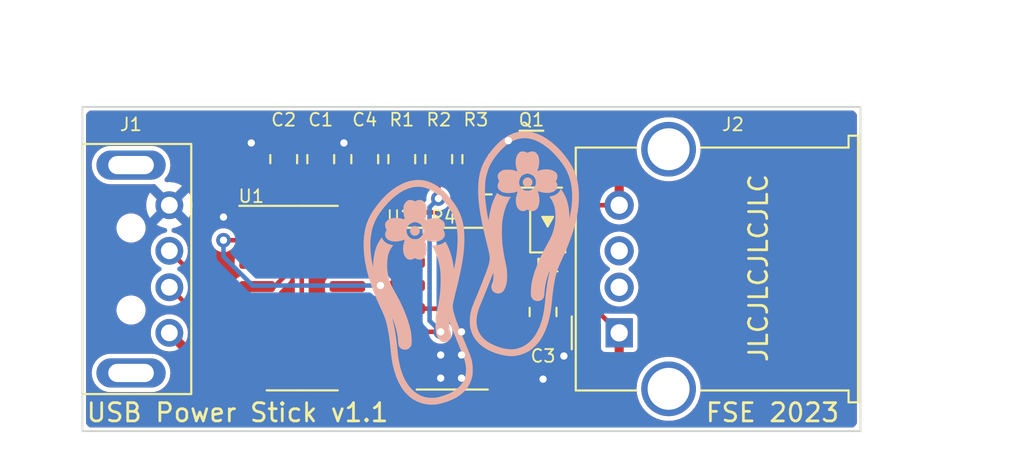
<source format=kicad_pcb>
(kicad_pcb (version 20221018) (generator pcbnew)
  (layers (0 "F.Cu" signal) (31 "B.Cu" signal) (34 "B.Paste" user) (35 "F.Paste" user) (36 "B.SilkS" user "B.Silkscreen") (37 "F.SilkS" user "F.Silkscreen") (38 "B.Mask" user) (39 "F.Mask" user) (44 "Edge.Cuts" user))
  (net 0 "")
  (net 1 "Net-(C1-Pad1)")
  (net 2 "GND")
  (net 3 "Net-(C2-Pad1)")
  (net 4 "Net-(J1-Pad2)")
  (net 5 "Net-(J1-Pad3)")
  (net 9 "Net-(J2-Pad4)")
  (net 11 "Net-(Q1-Pad1)")
  (net 12 "Net-(U2-Pad1)")
  (net 13 "Net-(U1-Pad2)")
  (net 23 "Net-(U1-Pad14)")
  (net 27 "Net-(R2-Pad1)")
  (net 28 "Net-(R4-Pad2)")
  (footprint "Connector_USB:USB_A_Molex_67643_Horizontal" (layer "F.Cu") (at 153.146 115.316 90)
    (fp_text reference "J2" (at 11.43 6.239 180) (layer "F.SilkS") (effects (font (size 0.7 0.7) (thickness 0.1))))
    (fp_text value "67643-0910")
    (fp_line (start -3.81 12.58) (end -3.81 13.1) (stroke (width 0.12)) (layer "F.SilkS"))
    (fp_line (start -3.81 13.1) (end 10.81 13.1) (stroke (width 0.12)) (layer "F.SilkS"))
    (fp_line (start -3.16 -2.38) (end -3.16 0.95) (stroke (width 0.12)) (layer "F.SilkS"))
    (fp_line (start -3.16 -2.38) (end 10.16 -2.38) (stroke (width 0.12)) (layer "F.SilkS"))
    (fp_line (start -3.16 12.58) (end -3.81 12.58) (stroke (width 0.12)) (layer "F.SilkS"))
    (fp_line (start -3.16 12.58) (end -3.16 4.47) (stroke (width 0.12)) (layer "F.SilkS"))
    (fp_line (start -0.9 -2.6) (end 0.9 -2.6) (stroke (width 0.12)) (layer "F.SilkS"))
    (fp_line (start 10.16 -2.38) (end 10.16 0.95) (stroke (width 0.12)) (layer "F.SilkS"))
    (fp_line (start 10.16 4.47) (end 10.16 12.58) (stroke (width 0.12)) (layer "F.SilkS"))
    (fp_line (start 10.81 12.58) (end 10.16 12.58) (stroke (width 0.12)) (layer "F.SilkS"))
    (fp_line (start 10.81 13.1) (end 10.81 12.58) (stroke (width 0.12)) (layer "F.SilkS"))
    (pad "1" thru_hole rect locked (at 0 0 90) (size 1.6 1.5) (drill 0.95) (layers "*.Cu" "*.Mask") (net 1 "Net-(C1-Pad1)"))
    (pad "2" thru_hole circle locked (at 2.5 0 90) (size 1.6 1.6) (drill 0.95) (layers "*.Cu" "*.Mask"))
    (pad "3" thru_hole circle locked (at 4.5 0 90) (size 1.6 1.6) (drill 0.95) (layers "*.Cu" "*.Mask"))
    (pad "4" thru_hole circle locked (at 7 0 90) (size 1.6 1.6) (drill 0.95) (layers "*.Cu" "*.Mask") (net 9 "Net-(J2-Pad4)"))
    (pad "5" thru_hole circle locked (at -3.07 2.71 90) (size 3 3) (drill 2.3) (layers "*.Cu" "*.Mask"))
    (pad "5" thru_hole circle locked (at 10.07 2.71 90) (size 3 3) (drill 2.3) (layers "*.Cu" "*.Mask"))
  )
  (footprint "Resistor_SMD:R_0805_2012Metric" (layer "F.Cu") (at 134.747 105.791 90)
    (fp_text reference "C2" (at 2.159 0) (layer "F.SilkS") (effects (font (size 0.7 0.7) (thickness 0.1))))
    (fp_text value "10n")
    (fp_line (start -0.227064 -0.735) (end 0.227064 -0.735) (stroke (width 0.12)) (layer "F.SilkS"))
    (fp_line (start -0.227064 0.735) (end 0.227064 0.735) (stroke (width 0.12)) (layer "F.SilkS"))
    (pad "1" smd roundrect (at -0.9125 0 90) (size 1.025 1.4) (layers "F.Cu" "F.Paste" "F.Mask") (roundrect_rratio 0.243902439) (net 3 "Net-(C2-Pad1)"))
    (pad "2" smd roundrect (at 0.9125 0 90) (size 1.025 1.4) (layers "F.Cu" "F.Paste" "F.Mask") (roundrect_rratio 0.243902439) (net 2 "GND"))
  )
  (footprint "Resistor_SMD:R_0805_2012Metric" (layer "F.Cu") (at 148.971 114.173 -90)
    (fp_text reference "C3" (at 2.413 0 180) (layer "F.SilkS") (effects (font (size 0.7 0.7) (thickness 0.1))))
    (fp_text value "100n")
    (fp_line (start -0.227064 -0.735) (end 0.227064 -0.735) (stroke (width 0.12)) (layer "F.SilkS"))
    (fp_line (start -0.227064 0.735) (end 0.227064 0.735) (stroke (width 0.12)) (layer "F.SilkS"))
    (pad "1" smd roundrect (at -0.9125 0 270) (size 1.025 1.4) (layers "F.Cu" "F.Paste" "F.Mask") (roundrect_rratio 0.243902439) (net 1 "Net-(C1-Pad1)"))
    (pad "2" smd roundrect (at 0.9125 0 270) (size 1.025 1.4) (layers "F.Cu" "F.Paste" "F.Mask") (roundrect_rratio 0.243902439) (net 2 "GND"))
  )
  (footprint "Resistor_SMD:R_0805_2012Metric" (layer "F.Cu") (at 145.2825 105.791 90)
    (fp_text reference "R3" (at 2.159 0.0055) (layer "F.SilkS") (effects (font (size 0.7 0.7) (thickness 0.1))))
    (fp_text value "10k")
    (fp_line (start -0.227064 -0.735) (end 0.227064 -0.735) (stroke (width 0.12)) (layer "F.SilkS"))
    (fp_line (start -0.227064 0.735) (end 0.227064 0.735) (stroke (width 0.12)) (layer "F.SilkS"))
    (pad "1" smd roundrect (at -0.9125 0 90) (size 1.025 1.4) (layers "F.Cu" "F.Paste" "F.Mask") (roundrect_rratio 0.243902439) (net 11 "Net-(Q1-Pad1)"))
    (pad "2" smd roundrect (at 0.9125 0 90) (size 1.025 1.4) (layers "F.Cu" "F.Paste" "F.Mask") (roundrect_rratio 0.243902439) (net 2 "GND"))
  )
  (footprint "Resistor_SMD:R_0805_2012Metric" (layer "F.Cu") (at 139.192 105.791 -90)
    (fp_text reference "C4" (at -2.159 0 180) (layer "F.SilkS") (effects (font (size 0.7 0.7) (thickness 0.1))))
    (fp_text value "1u")
    (fp_line (start -0.227064 -0.735) (end 0.227064 -0.735) (stroke (width 0.12)) (layer "F.SilkS"))
    (fp_line (start -0.227064 0.735) (end 0.227064 0.735) (stroke (width 0.12)) (layer "F.SilkS"))
    (pad "1" smd roundrect (at -0.9125 0 270) (size 1.025 1.4) (layers "F.Cu" "F.Paste" "F.Mask") (roundrect_rratio 0.243902439) (net 2 "GND"))
    (pad "2" smd roundrect (at 0.9125 0 270) (size 1.025 1.4) (layers "F.Cu" "F.Paste" "F.Mask") (roundrect_rratio 0.243902439) (net 12 "Net-(U2-Pad1)"))
  )
  (footprint "LED_SMD:LED_0805_2012Metric" (layer "F.Cu") (at 149.225 109.22 90)
    (fp_text reference "D1" (at -2.413 0 180) (layer "F.SilkS") (effects (font (size 0.7 0.7) (thickness 0.1))))
    (fp_text value "LED")
    (fp_line (start -1.685 -0.96) (end -1.685 0.96) (stroke (width 0.12)) (layer "F.SilkS"))
    (fp_line (start -1.685 0.96) (end 1 0.96) (stroke (width 0.12)) (layer "F.SilkS"))
    (fp_line (start 1 -0.96) (end -1.685 -0.96) (stroke (width 0.12)) (layer "F.SilkS"))
    (pad "1" smd roundrect (at -0.9375 0 90) (size 0.975 1.4) (layers "F.Cu" "F.Paste" "F.Mask") (net 9 "Net-(J2-Pad4)"))
    (pad "2" smd roundrect (at 0.9375 0 90) (size 0.975 1.4) (layers "F.Cu" "F.Paste" "F.Mask") (net 28 "Net-(R4-Pad2)"))
  )
  (footprint "kicad_custom_parts:Molex_48037-0001" (layer "F.Cu") (at 126.375 111.816 -90)
    (fp_text reference "J1" (at -7.93 0.01 unlocked) (layer "F.SilkS") (effects (font (size 0.7 0.7) (thickness 0.1))))
    (fp_text value "48037-0001")
    (fp_rect (start -6.858 2.667) (end 6.858 -3.302) (stroke (width 0.12)) (fill none) (layer "F.SilkS"))
    (pad "" np_thru_hole circle locked (at -2.25 0 270) (size 0.001 0.001) (drill 1.1) (layers "F&B.Cu" "*.Mask"))
    (pad "" np_thru_hole circle locked (at 2.25 0 270) (size 0.001 0.001) (drill 1.1) (layers "F&B.Cu" "*.Mask"))
    (pad "1" thru_hole circle locked (at 3.5 -2.1 270) (size 1.524 1.524) (drill 0.92) (layers "*.Cu" "*.Mask") (net 1 "Net-(C1-Pad1)"))
    (pad "2" thru_hole circle locked (at 1 -2.1 270) (size 1.524 1.524) (drill 0.92) (layers "*.Cu" "*.Mask") (net 4 "Net-(J1-Pad2)"))
    (pad "3" thru_hole circle locked (at -1 -2.1 270) (size 1.524 1.524) (drill 0.92) (layers "*.Cu" "*.Mask") (net 5 "Net-(J1-Pad3)"))
    (pad "4" thru_hole circle locked (at -3.5 -2.1 270) (size 1.524 1.524) (drill 0.92) (layers "*.Cu" "*.Mask") (net 2 "GND"))
    (pad "5" thru_hole oval locked (at -5.7 0 270) (size 1.6 3.8) (drill oval 1 2.5) (layers "*.Cu" "*.Mask"))
    (pad "5" thru_hole oval locked (at 5.7 0 270) (size 1.6 3.8) (drill oval 1 2.5) (layers "*.Cu" "*.Mask"))
  )
  (footprint "Resistor_SMD:R_0805_2012Metric" (layer "F.Cu") (at 143.2505 105.791 90)
    (fp_text reference "R2" (at 2.159 0.0055) (layer "F.SilkS") (effects (font (size 0.7 0.7) (thickness 0.1))))
    (fp_text value "100")
    (fp_line (start -0.227064 -0.735) (end 0.227064 -0.735) (stroke (width 0.12)) (layer "F.SilkS"))
    (fp_line (start -0.227064 0.735) (end 0.227064 0.735) (stroke (width 0.12)) (layer "F.SilkS"))
    (pad "1" smd roundrect (at -0.9125 0 90) (size 1.025 1.4) (layers "F.Cu" "F.Paste" "F.Mask") (roundrect_rratio 0.243902439) (net 27 "Net-(R2-Pad1)"))
    (pad "2" smd roundrect (at 0.9125 0 90) (size 1.025 1.4) (layers "F.Cu" "F.Paste" "F.Mask") (roundrect_rratio 0.243902439) (net 11 "Net-(Q1-Pad1)"))
  )
  (footprint "Resistor_SMD:R_0805_2012Metric" (layer "F.Cu") (at 136.779 105.791 90)
    (fp_text reference "C1" (at 2.159 0 180) (layer "F.SilkS") (effects (font (size 0.7 0.7) (thickness 0.1))))
    (fp_text value "100n")
    (fp_line (start -0.227064 -0.735) (end 0.227064 -0.735) (stroke (width 0.12)) (layer "F.SilkS"))
    (fp_line (start -0.227064 0.735) (end 0.227064 0.735) (stroke (width 0.12)) (layer "F.SilkS"))
    (pad "1" smd roundrect (at -0.9125 0 90) (size 1.025 1.4) (layers "F.Cu" "F.Paste" "F.Mask") (roundrect_rratio 0.243902439) (net 1 "Net-(C1-Pad1)"))
    (pad "2" smd roundrect (at 0.9125 0 90) (size 1.025 1.4) (layers "F.Cu" "F.Paste" "F.Mask") (roundrect_rratio 0.243902439) (net 2 "GND"))
  )
  (footprint "Resistor_SMD:R_0805_2012Metric" (layer "F.Cu") (at 145.923 108.458)
    (fp_text reference "R4" (at -2.413 0.508) (layer "F.SilkS") (effects (font (size 0.7 0.7) (thickness 0.1))))
    (fp_text value "470")
    (fp_line (start -0.227064 -0.735) (end 0.227064 -0.735) (stroke (width 0.12)) (layer "F.SilkS"))
    (fp_line (start -0.227064 0.735) (end 0.227064 0.735) (stroke (width 0.12)) (layer "F.SilkS"))
    (pad "1" smd roundrect (at -0.9125 0) (size 1.025 1.4) (layers "F.Cu" "F.Paste" "F.Mask") (roundrect_rratio 0.243902439) (net 1 "Net-(C1-Pad1)"))
    (pad "2" smd roundrect (at 0.9125 0) (size 1.025 1.4) (layers "F.Cu" "F.Paste" "F.Mask") (roundrect_rratio 0.243902439) (net 28 "Net-(R4-Pad2)"))
  )
  (footprint "Resistor_SMD:R_0805_2012Metric" (layer "F.Cu") (at 141.224 105.791 90)
    (fp_text reference "R1" (at 2.159 0 180) (layer "F.SilkS") (effects (font (size 0.7 0.7) (thickness 0.1))))
    (fp_text value "10k")
    (fp_line (start -0.227064 -0.735) (end 0.227064 -0.735) (stroke (width 0.12)) (layer "F.SilkS"))
    (fp_line (start -0.227064 0.735) (end 0.227064 0.735) (stroke (width 0.12)) (layer "F.SilkS"))
    (pad "1" smd roundrect (at -0.9125 0 90) (size 1.025 1.4) (layers "F.Cu" "F.Paste" "F.Mask") (roundrect_rratio 0.243902439) (net 1 "Net-(C1-Pad1)"))
    (pad "2" smd roundrect (at 0.9125 0 90) (size 1.025 1.4) (layers "F.Cu" "F.Paste" "F.Mask") (roundrect_rratio 0.243902439) (net 12 "Net-(U2-Pad1)"))
  )
  (footprint "Package_SO:SOIC-14_3.9x8.7mm_P1.27mm" (layer "F.Cu") (at 143.992 113.99)
    (fp_text reference "U2" (at -2.895 -5.024) (layer "F.SilkS") (effects (font (size 0.7 0.7) (thickness 0.1))))
    (fp_text value "74HC74")
    (fp_line (start 0 -4.435) (end -3.45 -4.435) (stroke (width 0.12)) (layer "F.SilkS"))
    (fp_line (start 0 -4.435) (end 1.95 -4.435) (stroke (width 0.12)) (layer "F.SilkS"))
    (fp_line (start 0 4.435) (end -1.95 4.435) (stroke (width 0.12)) (layer "F.SilkS"))
    (fp_line (start 0 4.435) (end 1.95 4.435) (stroke (width 0.12)) (layer "F.SilkS"))
    (pad "1" smd roundrect (at -2.475 -3.81) (size 1.95 0.6) (layers "F.Cu" "F.Paste" "F.Mask") (net 12 "Net-(U2-Pad1)"))
    (pad "2" smd roundrect (at -2.475 -2.54) (size 1.95 0.6) (layers "F.Cu" "F.Paste" "F.Mask") (net 23 "Net-(U1-Pad14)"))
    (pad "3" smd roundrect (at -2.475 -1.27) (size 1.95 0.6) (layers "F.Cu" "F.Paste" "F.Mask") (net 13 "Net-(U1-Pad2)"))
    (pad "4" smd roundrect (at -2.475 0) (size 1.95 0.6) (layers "F.Cu" "F.Paste" "F.Mask") (net 1 "Net-(C1-Pad1)"))
    (pad "5" smd roundrect (at -2.475 1.27) (size 1.95 0.6) (layers "F.Cu" "F.Paste" "F.Mask") (net 27 "Net-(R2-Pad1)"))
    (pad "6" smd roundrect (at -2.475 2.54) (size 1.95 0.6) (layers "F.Cu" "F.Paste" "F.Mask"))
    (pad "7" smd roundrect (at -2.475 3.81) (size 1.95 0.6) (layers "F.Cu" "F.Paste" "F.Mask") (net 2 "GND"))
    (pad "8" smd roundrect (at 2.475 3.81) (size 1.95 0.6) (layers "F.Cu" "F.Paste" "F.Mask"))
    (pad "9" smd roundrect (at 2.475 2.54) (size 1.95 0.6) (layers "F.Cu" "F.Paste" "F.Mask"))
    (pad "10" smd roundrect (at 2.475 1.27) (size 1.95 0.6) (layers "F.Cu" "F.Paste" "F.Mask") (net 2 "GND"))
    (pad "11" smd roundrect (at 2.475 0) (size 1.95 0.6) (layers "F.Cu" "F.Paste" "F.Mask") (net 2 "GND"))
    (pad "12" smd roundrect (at 2.475 -1.27) (size 1.95 0.6) (layers "F.Cu" "F.Paste" "F.Mask") (net 2 "GND"))
    (pad "13" smd roundrect (at 2.475 -2.54) (size 1.95 0.6) (layers "F.Cu" "F.Paste" "F.Mask") (net 2 "GND"))
    (pad "14" smd roundrect (at 2.475 -3.81) (size 1.95 0.6) (layers "F.Cu" "F.Paste" "F.Mask") (net 1 "Net-(C1-Pad1)"))
  )
  (footprint "Package_SO:SOIC-16_3.9x9.9mm_P1.27mm" (layer "F.Cu") (at 135.763 113.411)
    (fp_text reference "U1" (at -2.794 -5.588) (layer "F.SilkS") (effects (font (size 0.7 0.7) (thickness 0.1))))
    (fp_text value "CH340C")
    (fp_line (start 0 -5.06) (end -3.45 -5.06) (stroke (width 0.12)) (layer "F.SilkS"))
    (fp_line (start 0 -5.06) (end 1.95 -5.06) (stroke (width 0.12)) (layer "F.SilkS"))
    (fp_line (start 0 5.06) (end -1.95 5.06) (stroke (width 0.12)) (layer "F.SilkS"))
    (fp_line (start 0 5.06) (end 1.95 5.06) (stroke (width 0.12)) (layer "F.SilkS"))
    (pad "1" smd roundrect (at -2.475 -4.445) (size 1.95 0.6) (layers "F.Cu" "F.Paste" "F.Mask") (net 2 "GND"))
    (pad "2" smd roundrect (at -2.475 -3.175) (size 1.95 0.6) (layers "F.Cu" "F.Paste" "F.Mask") (net 13 "Net-(U1-Pad2)"))
    (pad "3" smd roundrect (at -2.475 -1.905) (size 1.95 0.6) (layers "F.Cu" "F.Paste" "F.Mask"))
    (pad "4" smd roundrect (at -2.475 -0.635) (size 1.95 0.6) (layers "F.Cu" "F.Paste" "F.Mask") (net 3 "Net-(C2-Pad1)"))
    (pad "5" smd roundrect (at -2.475 0.635) (size 1.95 0.6) (layers "F.Cu" "F.Paste" "F.Mask") (net 5 "Net-(J1-Pad3)"))
    (pad "6" smd roundrect (at -2.475 1.905) (size 1.95 0.6) (layers "F.Cu" "F.Paste" "F.Mask") (net 4 "Net-(J1-Pad2)"))
    (pad "7" smd roundrect (at -2.475 3.175) (size 1.95 0.6) (layers "F.Cu" "F.Paste" "F.Mask"))
    (pad "8" smd roundrect (at -2.475 4.445) (size 1.95 0.6) (layers "F.Cu" "F.Paste" "F.Mask"))
    (pad "9" smd roundrect (at 2.475 4.445) (size 1.95 0.6) (layers "F.Cu" "F.Paste" "F.Mask"))
    (pad "10" smd roundrect (at 2.475 3.175) (size 1.95 0.6) (layers "F.Cu" "F.Paste" "F.Mask"))
    (pad "11" smd roundrect (at 2.475 1.905) (size 1.95 0.6) (layers "F.Cu" "F.Paste" "F.Mask"))
    (pad "12" smd roundrect (at 2.475 0.635) (size 1.95 0.6) (layers "F.Cu" "F.Paste" "F.Mask"))
    (pad "13" smd roundrect (at 2.475 -0.635) (size 1.95 0.6) (layers "F.Cu" "F.Paste" "F.Mask"))
    (pad "14" smd roundrect (at 2.475 -1.905) (size 1.95 0.6) (layers "F.Cu" "F.Paste" "F.Mask") (net 23 "Net-(U1-Pad14)"))
    (pad "15" smd roundrect (at 2.475 -3.175) (size 1.95 0.6) (layers "F.Cu" "F.Paste" "F.Mask"))
    (pad "16" smd roundrect (at 2.475 -4.445) (size 1.95 0.6) (layers "F.Cu" "F.Paste" "F.Mask") (net 1 "Net-(C1-Pad1)"))
  )
  (footprint "Package_TO_SOT_SMD:SOT-23" (layer "F.Cu") (at 148.336 105.791 180)
    (fp_text reference "Q1" (at 0 2.159) (layer "F.SilkS") (effects (font (size 0.7 0.7) (thickness 0.1))))
    (fp_text value "IRLML2803TRPBF")
    (fp_line (start 0 -1.56) (end -1.675 -1.56) (stroke (width 0.12)) (layer "F.SilkS"))
    (fp_line (start 0 -1.56) (end 0.65 -1.56) (stroke (width 0.12)) (layer "F.SilkS"))
    (fp_line (start 0 1.56) (end -0.65 1.56) (stroke (width 0.12)) (layer "F.SilkS"))
    (fp_line (start 0 1.56) (end 0.65 1.56) (stroke (width 0.12)) (layer "F.SilkS"))
    (pad "1" smd roundrect (at -0.9375 -0.95 180) (size 1.475 0.6) (layers "F.Cu" "F.Paste" "F.Mask") (net 11 "Net-(Q1-Pad1)"))
    (pad "2" smd roundrect (at -0.9375 0.95 180) (size 1.475 0.6) (layers "F.Cu" "F.Paste" "F.Mask") (net 2 "GND"))
    (pad "3" smd roundrect (at 0.9375 0 180) (size 1.475 0.6) (layers "F.Cu" "F.Paste" "F.Mask") (net 9 "Net-(J2-Pad4)"))
  )
  (footprint "kicad_custom_parts:flip-flops" (layer "B.Cu") (at 145.034 111.76 180)
    (fp_text reference "G***" hide)
    (fp_text value "LOGO" hide)
    (fp_poly (pts (xy -2.994889 4.950219) (xy -2.91822 4.903824) (xy -2.858775 4.83203) (xy -2.831676 4.769012) (xy -2.821505 4.677936) (xy -2.842743 4.594188) (xy -2.889352 4.522747) (xy -2.955296 4.468595) (xy -3.034538 4.436711) (xy -3.121042 4.432076) (xy -3.207454 4.458984) (xy -3.284742 4.5176) (xy -3.334542 4.594066) (xy -3.356041 4.680493) (xy -3.348423 4.768993) (xy -3.310875 4.851677) (xy -3.25422 4.911965) (xy -3.170291 4.956794) (xy -3.08138 4.96871)) (fill solid) (layer "B.SilkS"))
    (fp_poly (pts (xy 3.149323 2.296912) (xy 3.226366 2.264114) (xy 3.289933 2.210323) (xy 3.335293 2.140879) (xy 3.357715 2.06112) (xy 3.352466 1.976385) (xy 3.315321 1.892767) (xy 3.245695 1.818682) (xy 3.16083 1.776976) (xy 3.066854 1.769186) (xy 2.969895 1.79685) (xy 2.957648 1.802995) (xy 2.886144 1.859462) (xy 2.841551 1.933788) (xy 2.823598 2.01797) (xy 2.832013 2.104004) (xy 2.866527 2.183889) (xy 2.926868 2.249623) (xy 2.973736 2.278178) (xy 3.063535 2.30338)) (fill solid) (layer "B.SilkS"))
    (fp_poly (pts (xy -2.742518 6.389209) (xy -2.686328 6.370434) (xy -2.59888 6.304382) (xy -2.528795 6.209836) (xy -2.476884 6.091971) (xy -2.443959 5.955962) (xy -2.430831 5.806985) (xy -2.438313 5.650217) (xy -2.467215 5.490832) (xy -2.518351 5.334007) (xy -2.522276 5.324475) (xy -2.524057 5.310617) (xy -2.509748 5.307293) (xy -2.473475 5.315285) (xy -2.409363 5.335377) (xy -2.388527 5.342305) (xy -2.315755 5.364714) (xy -2.249958 5.379293) (xy -2.179008 5.387673) (xy -2.090776 5.391483) (xy -2.016617 5.392288) (xy -1.915739 5.391791) (xy -1.842855 5.38855) (xy -1.78847 5.381307) (xy -1.743089 5.368802) (xy -1.69771 5.350003) (xy -1.583174 5.282181) (xy -1.502644 5.20059) (xy -1.456783 5.106801) (xy -1.44625 5.002382) (xy -1.471706 4.888903) (xy -1.487542 4.850974) (xy -1.53014 4.758891) (xy -1.4873 4.674272) (xy -1.448565 4.562869) (xy -1.445634 4.456664) (xy -1.476851 4.358777) (xy -1.540559 4.272326) (xy -1.635103 4.200428) (xy -1.758824 4.146203) (xy -1.769617 4.142818) (xy -1.88281 4.11967) (xy -2.017569 4.109818) (xy -2.160516 4.112906) (xy -2.298268 4.128577) (xy -2.417448 4.156475) (xy -2.429145 4.160377) (xy -2.487569 4.179973) (xy -2.529352 4.192782) (xy -2.544717 4.19599) (xy -2.540706 4.178024) (xy -2.527208 4.133332) (xy -2.506903 4.070679) (xy -2.501282 4.053847) (xy -2.459678 3.893838) (xy -2.441475 3.736556) (xy -2.445672 3.586962) (xy -2.471271 3.450019) (xy -2.517272 3.33069) (xy -2.582674 3.233936) (xy -2.666479 3.164721) (xy -2.682106 3.156241) (xy -2.777708 3.121713) (xy -2.87109 3.119306) (xy -2.972059 3.149074) (xy -2.992097 3.157994) (xy -3.085893 3.20159) (xy -3.17031 3.158339) (xy -3.276028 3.12251) (xy -3.383952 3.118974) (xy -3.484227 3.147918) (xy -3.4929 3.152311) (xy -3.58357 3.220334) (xy -3.654068 3.318377) (xy -3.704865 3.447288) (xy -3.733482 3.585798) (xy -3.741739 3.737828) (xy -3.727878 3.902636) (xy -3.693621 4.06403) (xy -3.677002 4.117091) (xy -3.658657 4.172361) (xy -3.647448 4.209991) (xy -3.645641 4.220827) (xy -3.664145 4.215131) (xy -3.707782 4.200346) (xy -3.755481 4.183743) (xy -3.935442 4.13493) (xy -4.113048 4.114305) (xy -4.281789 4.121886) (xy -4.435153 4.15769) (xy -4.494872 4.181823) (xy -4.598675 4.24217) (xy -4.669054 4.313133) (xy -4.709648 4.399473) (xy -4.722976 4.4806) (xy -4.72313 4.558958) (xy -4.708284 4.623087) (xy -4.685903 4.672738) (xy -4.669802 4.704082) (xy -3.545083 4.704082) (xy -3.527968 4.572468) (xy -3.480478 4.458302) (xy -3.406932 4.364747) (xy -3.311648 4.294964) (xy -3.198943 4.252116) (xy -3.073135 4.239366) (xy -2.938545 4.259874) (xy -2.868306 4.292791) (xy -2.792876 4.349262) (xy -2.723473 4.419098) (xy -2.671313 4.492112) (xy -2.661391 4.511595) (xy -2.62988 4.623078) (xy -2.628659 4.743383) (xy -2.655467 4.862678) (xy -2.708042 4.971129) (xy -2.784123 5.058904) (xy -2.788016 5.062171) (xy -2.858676 5.10791) (xy -2.945542 5.146457) (xy -3.032249 5.171473) (xy -3.085893 5.177548) (xy -3.165615 5.16572) (xy -3.256453 5.134524) (xy -3.342284 5.090392) (xy -3.389243 5.056548) (xy -3.474116 4.961596) (xy -3.525801 4.849844) (xy -3.544938 4.71985) (xy -3.545083 4.704082) (xy -4.669802 4.704082) (xy -4.641671 4.758843) (xy -4.684499 4.839831) (xy -4.716284 4.928319) (xy -4.727066 5.024918) (xy -4.716114 5.114853) (xy -4.700146 5.156935) (xy -4.634531 5.244502) (xy -4.540175 5.314997) (xy -4.42224 5.36742) (xy -4.285887 5.400771) (xy -4.136277 5.41405) (xy -3.978572 5.406257) (xy -3.817931 5.376393) (xy -3.720312 5.346772) (xy -3.663164 5.327506) (xy -3.634086 5.321172) (xy -3.626052 5.327435) (xy -3.630565 5.342517) (xy -3.685274 5.503921) (xy -3.71846 5.670928) (xy -3.729818 5.83562) (xy -3.719045 5.99008) (xy -3.685836 6.126389) (xy -3.662771 6.181167) (xy -3.612179 6.258812) (xy -3.545451 6.328346) (xy -3.485459 6.370434) (xy -3.410039 6.392423) (xy -3.316825 6.393845) (xy -3.219046 6.375225) (xy -3.171149 6.357952) (xy -3.080616 6.319006) (xy -3.004275 6.357952) (xy -2.922742 6.38575) (xy -2.830324 6.396372)) (fill solid) (layer "B.SilkS"))
    (fp_poly (pts (xy 2.940497 3.718365) (xy 3.004276 3.694141) (xy 3.080617 3.655195) (xy 3.171149 3.694141) (xy 3.291757 3.729847) (xy 3.402339 3.729605) (xy 3.501625 3.69395) (xy 3.588346 3.623414) (xy 3.661232 3.518533) (xy 3.680494 3.479837) (xy 3.699415 3.434293) (xy 3.711806 3.389447) (xy 3.718904 3.335821) (xy 3.721947 3.263938) (xy 3.722174 3.16432) (xy 3.722151 3.16093) (xy 3.718039 3.029687) (xy 3.705998 2.921764) (xy 3.683405 2.823342) (xy 3.647642 2.720599) (xy 3.63084 2.679423) (xy 3.628899 2.665498) (xy 3.642873 2.661969) (xy 3.678686 2.669588) (xy 3.742258 2.689103) (xy 3.764501 2.696362) (xy 3.897259 2.728838) (xy 4.042566 2.745657) (xy 4.188713 2.746715) (xy 4.323988 2.731905) (xy 4.433406 2.702409) (xy 4.541591 2.648612) (xy 4.631105 2.580713) (xy 4.693236 2.505547) (xy 4.700146 2.493124) (xy 4.723424 2.414013) (xy 4.724932 2.31938) (xy 4.705356 2.223756) (xy 4.685118 2.17456) (xy 4.64291 2.091654) (xy 4.686335 2.007238) (xy 4.72093 1.904159) (xy 4.724046 1.798017) (xy 4.696413 1.698492) (xy 4.658493 1.637115) (xy 4.568655 1.555154) (xy 4.453145 1.496463) (xy 4.315998 1.461392) (xy 4.161249 1.450295) (xy 3.992932 1.463525) (xy 3.815084 1.501432) (xy 3.666769 1.550486) (xy 3.657296 1.543655) (xy 3.661266 1.508861) (xy 3.679117 1.443123) (xy 3.68551 1.422426) (xy 3.72969 1.235139) (xy 3.74424 1.053198) (xy 3.729332 0.882083) (xy 3.685135 0.727273) (xy 3.662385 0.677175) (xy 3.59219 0.569988) (xy 3.508209 0.496801) (xy 3.412364 0.458364) (xy 3.306577 0.455425) (xy 3.192769 0.488732) (xy 3.186206 0.49168) (xy 3.085894 0.537561) (xy 2.992098 0.494133) (xy 2.886383 0.458399) (xy 2.789241 0.45563) (xy 2.69195 0.485502) (xy 2.630798 0.518739) (xy 2.584695 0.559232) (xy 2.545006 0.616726) (xy 2.505252 0.696247) (xy 2.459874 0.837496) (xy 2.442719 0.998057) (xy 2.454216 1.172039) (xy 2.465742 1.238263) (xy 2.483984 1.320137) (xy 2.503713 1.395894) (xy 2.521277 1.451758) (xy 2.524709 1.460544) (xy 2.540967 1.503592) (xy 2.547112 1.528541) (xy 2.546637 1.53037) (xy 2.527752 1.527383) (xy 2.483508 1.514548) (xy 2.429145 1.496566) (xy 2.332249 1.471865) (xy 2.214238 1.455076) (xy 2.087373 1.446723) (xy 1.963917 1.447332) (xy 1.856132 1.457428) (xy 1.799326 1.469604) (xy 1.668035 1.521503) (xy 1.565309 1.590691) (xy 1.49284 1.674233) (xy 1.452323 1.769191) (xy 1.445452 1.87263) (xy 1.47392 1.981615) (xy 1.487301 2.010461) (xy 1.52474 2.084413) (xy 2.629229 2.084413) (xy 2.62937 1.963593) (xy 2.659783 1.85097) (xy 2.661531 1.847058) (xy 2.70456 1.779483) (xy 2.768871 1.709246) (xy 2.842578 1.647346) (xy 2.913793 1.60478) (xy 2.930475 1.598223) (xy 2.996742 1.585702) (xy 3.081747 1.582803) (xy 3.170718 1.588711) (xy 3.248884 1.602608) (xy 3.292395 1.618231) (xy 3.396824 1.69182) (xy 3.474767 1.785654) (xy 3.525445 1.893554) (xy 3.548079 2.009344) (xy 3.541892 2.126846) (xy 3.506105 2.239883) (xy 3.43994 2.342276) (xy 3.389902 2.392174) (xy 3.316118 2.441775) (xy 3.22661 2.482607) (xy 3.137434 2.50825) (xy 3.085894 2.513737) (xy 3.009589 2.502552) (xy 2.921217 2.473224) (xy 2.837143 2.432091) (xy 2.788016 2.39836) (xy 2.710793 2.311567) (xy 2.657117 2.203661) (xy 2.629229 2.084413) (xy 1.52474 2.084413) (xy 1.53014 2.09508) (xy 1.486487 2.187163) (xy 1.450198 2.300051) (xy 1.450294 2.406229) (xy 1.485922 2.503548) (xy 1.556226 2.58986) (xy 1.660352 2.663015) (xy 1.679766 2.67319) (xy 1.729641 2.697207) (xy 1.772253 2.713164) (xy 1.817318 2.722656) (xy 1.874553 2.727281) (xy 1.953676 2.728636) (xy 2.016618 2.728539) (xy 2.123106 2.72683) (xy 2.204256 2.721635) (xy 2.272206 2.711318) (xy 2.33909 2.694247) (xy 2.388527 2.678494) (xy 2.460406 2.6553) (xy 2.502942 2.644413) (xy 2.521957 2.645053) (xy 2.523271 2.656438) (xy 2.521607 2.660664) (xy 2.482943 2.775747) (xy 2.455503 2.912436) (xy 2.440208 3.058696) (xy 2.437981 3.202495) (xy 2.449744 3.331797) (xy 2.464888 3.400864) (xy 2.506865 3.504465) (xy 2.566822 3.599001) (xy 2.636729 3.67286) (xy 2.669068 3.696119) (xy 2.748104 3.725482) (xy 2.843307 3.73287)) (fill solid) (layer "B.SilkS"))
    (fp_poly (pts (xy -2.731901 7.485057) (xy -2.605868 7.470824) (xy -2.541876 7.45877) (xy -2.286725 7.381088) (xy -2.038259 7.266868) (xy -1.796326 7.116006) (xy -1.560778 6.928399) (xy -1.331464 6.703941) (xy -1.143286 6.486519) (xy -0.949646 6.231299) (xy -0.787793 5.982741) (xy -0.655789 5.735279) (xy -0.551696 5.483349) (xy -0.473579 5.221388) (xy -0.419499 4.943831) (xy -0.38752 4.645112) (xy -0.375703 4.319668) (xy -0.375551 4.281261) (xy -0.379463 4.048476) (xy -0.392023 3.809585) (xy -0.413762 3.561288) (xy -0.445212 3.300285) (xy -0.486907 3.023275) (xy -0.539378 2.726958) (xy -0.603157 2.408033) (xy -0.678778 2.0632) (xy -0.766771 1.689158) (xy -0.844063 1.376097) (xy -0.894749 1.172987) (xy -0.936077 1.001102) (xy -0.968137 0.855359) (xy -0.991017 0.730672) (xy -1.004805 0.621959) (xy -1.00959 0.524133) (xy -1.00546 0.432112) (xy -0.992504 0.34081) (xy -0.97081 0.245143) (xy -0.940468 0.140027) (xy -0.901565 0.020378) (xy -0.869321 -0.074644) (xy -0.838782 -0.160415) (xy -0.795939 -0.275542) (xy -0.742891 -0.41474) (xy -0.681734 -0.57272) (xy -0.614566 -0.744195) (xy -0.543485 -0.923877) (xy -0.470587 -1.106479) (xy -0.39797 -1.286714) (xy -0.327732 -1.459294) (xy -0.26197 -1.618932) (xy -0.202781 -1.76034) (xy -0.171918 -1.832786) (xy -0.087035 -2.040815) (xy -0.021808 -2.226544) (xy 0.025704 -2.39835) (xy 0.057442 -2.564614) (xy 0.075346 -2.733714) (xy 0.081357 -2.914029) (xy 0.081383 -2.92644) (xy 0.079625 -3.053864) (xy 0.073439 -3.156389) (xy 0.061602 -3.246495) (xy 0.042891 -3.336666) (xy 0.040018 -3.348523) (xy -0.036474 -3.583773) (xy -0.145957 -3.801379) (xy -0.288121 -4.000975) (xy -0.462657 -4.182201) (xy -0.669255 -4.344692) (xy -0.907605 -4.488086) (xy -0.951706 -4.510762) (xy -1.088789 -4.576327) (xy -1.21964 -4.631059) (xy -1.356102 -4.679267) (xy -1.510023 -4.72526) (xy -1.627986 -4.756768) (xy -1.838504 -4.801326) (xy -2.047803 -4.827293) (xy -2.245781 -4.83384) (xy -2.414895 -4.821217) (xy -2.668344 -4.768798) (xy -2.912242 -4.68571) (xy -3.137797 -4.575083) (xy -3.184102 -4.547349) (xy -3.28656 -4.474747) (xy -3.400557 -4.37906) (xy -3.517416 -4.268811) (xy -3.628461 -4.152522) (xy -3.725017 -4.038717) (xy -3.784259 -3.957802) (xy -3.94661 -3.683123) (xy -4.086714 -3.378666) (xy -4.204405 -3.044982) (xy -4.299518 -2.682626) (xy -4.371888 -2.29215) (xy -4.421349 -1.874108) (xy -4.426686 -1.810266) (xy -4.449722 -1.561655) (xy -4.479274 -1.309675) (xy -4.514268 -1.060662) (xy -4.553628 -0.820953) (xy -4.596276 -0.596884) (xy -4.641138 -0.394791) (xy -4.687137 -0.221012) (xy -4.708035 -0.153387) (xy -4.733012 -0.084494) (xy -4.770973 0.010545) (xy -4.818665 0.124053) (xy -4.872835 0.248352) (xy -4.930231 0.375765) (xy -4.954418 0.428149) (xy -5.152282 0.867722) (xy -5.325093 1.283032) (xy -5.473671 1.676982) (xy -5.598838 2.052477) (xy -5.701417 2.412421) (xy -5.78223 2.759717) (xy -5.842098 3.097271) (xy -5.881843 3.427985) (xy -5.902288 3.754763) (xy -5.90309 3.779985) (xy -5.902239 4.071217) (xy -5.530755 4.071217) (xy -5.527569 3.704457) (xy -5.493337 3.316818) (xy -5.428055 2.908341) (xy -5.42611 2.898301) (xy -5.393279 2.729468) (xy -5.379188 2.963958) (xy -5.346825 3.276984) (xy -5.289013 3.5642) (xy -5.205948 3.82498) (xy -5.097824 4.058699) (xy -4.978425 4.246517) (xy -4.911302 4.337864) (xy -4.857936 4.244422) (xy -4.771265 4.129952) (xy -4.655964 4.038738) (xy -4.513639 3.971827) (xy -4.386766 3.93755) (xy -4.280696 3.916504) (xy -4.372039 3.781877) (xy -4.466769 3.620122) (xy -4.536763 3.448163) (xy -4.583577 3.260123) (xy -4.608765 3.050128) (xy -4.614399 2.866263) (xy -4.611532 2.701408) (xy -4.60226 2.558898) (xy -4.584773 2.423845) (xy -4.557259 2.281357) (xy -4.528125 2.157311) (xy -4.48861 2.012489) (xy -4.442822 1.875894) (xy -4.38715 1.73901) (xy -4.317981 1.593326) (xy -4.231703 1.430325) (xy -4.181819 1.341082) (xy -3.958958 0.928781) (xy -3.765731 0.530919) (xy -3.602625 0.148689) (xy -3.47013 -0.216718) (xy -3.368735 -0.564111) (xy -3.327887 -0.73997) (xy -3.306435 -0.859038) (xy -3.289012 -0.989393) (xy -3.276042 -1.123458) (xy -3.267945 -1.253659) (xy -3.265145 -1.372418) (xy -3.268063 -1.47216) (xy -3.277121 -1.545308) (xy -3.281996 -1.563763) (xy -3.333235 -1.663459) (xy -3.409882 -1.741179) (xy -3.504876 -1.793736) (xy -3.611151 -1.817946) (xy -3.721643 -1.810623) (xy -3.785021 -1.790612) (xy -3.879572 -1.736905) (xy -3.947479 -1.664037) (xy -3.990782 -1.568313) (xy -4.011522 -1.446043) (xy -4.014063 -1.375978) (xy -4.021038 -1.242712) (xy -4.040044 -1.085993) (xy -4.069153 -0.91719) (xy -4.106439 -0.747677) (xy -4.144248 -0.607739) (xy -4.171936 -0.517869) (xy -4.202661 -0.42294) (xy -4.234151 -0.329402) (xy -4.264133 -0.243706) (xy -4.290335 -0.172303) (xy -4.310485 -0.121643) (xy -4.322309 -0.098176) (xy -4.323992 -0.097493) (xy -4.321838 -0.116873) (xy -4.311917 -0.164456) (xy -4.295999 -0.232158) (xy -4.283717 -0.281389) (xy -4.225108 -0.538006) (xy -4.171302 -0.827431) (xy -4.122974 -1.145181) (xy -4.080802 -1.486774) (xy -4.045462 -1.847726) (xy -4.043134 -1.875111) (xy -4.000549 -2.246183) (xy -3.93768 -2.591721) (xy -3.855075 -2.910871) (xy -3.75328 -3.202783) (xy -3.632844 -3.466605) (xy -3.494314 -3.701484) (xy -3.338237 -3.90657) (xy -3.165159 -4.081011) (xy -2.97563 -4.223954) (xy -2.770195 -4.334548) (xy -2.549403 -4.411941) (xy -2.391802 -4.445009) (xy -2.276191 -4.455191) (xy -2.138701 -4.454931) (xy -1.993247 -4.445023) (xy -1.853746 -4.42626) (xy -1.772747 -4.409667) (xy -1.499067 -4.331276) (xy -1.247597 -4.234174) (xy -1.021658 -4.120046) (xy -0.824573 -3.990573) (xy -0.659662 -3.847439) (xy -0.656573 -3.844304) (xy -0.515568 -3.675402) (xy -0.408305 -3.490567) (xy -0.334839 -3.290382) (xy -0.295222 -3.075428) (xy -0.289509 -2.846287) (xy -0.317753 -2.60354) (xy -0.380009 -2.347769) (xy -0.476329 -2.079555) (xy -0.490435 -2.045959) (xy -0.540967 -1.926001) (xy -0.602034 -1.778719) (xy -0.67055 -1.611749) (xy -0.743428 -1.432727) (xy -0.817581 -1.249287) (xy -0.889922 -1.069065) (xy -0.957364 -0.899695) (xy -1.016821 -0.748813) (xy -1.063527 -0.628435) (xy -1.103738 -0.524582) (xy -1.140408 -0.431701) (xy -1.171044 -0.355968) (xy -1.193149 -0.303558) (xy -1.203717 -0.281389) (xy -1.211183 -0.285314) (xy -1.215045 -0.3255) (xy -1.215255 -0.400857) (xy -1.212899 -0.4821) (xy -1.20819 -0.58351) (xy -1.201851 -0.657289) (xy -1.19207 -0.713323) (xy -1.177036 -0.761502) (xy -1.154937 -0.81171) (xy -1.151029 -0.819766) (xy -1.107666 -0.942326) (xy -1.097762 -1.059524) (xy -1.120113 -1.166942) (xy -1.173515 -1.260163) (xy -1.256764 -1.334767) (xy -1.297798 -1.358231) (xy -1.413148 -1.397084) (xy -1.526825 -1.399995) (xy -1.633992 -1.367774) (xy -1.729811 -1.301236) (xy -1.748378 -1.282617) (xy -1.801193 -1.209583) (xy -1.852183 -1.108572) (xy -1.897416 -0.989064) (xy -1.932961 -0.860542) (xy -1.94255 -0.814313) (xy -1.962242 -0.660562) (xy -1.969771 -0.482142) (xy -1.965613 -0.289708) (xy -1.950242 -0.093917) (xy -1.924134 0.094576) (xy -1.895898 0.232693) (xy -1.840055 0.486897) (xy -1.788394 0.765663) (xy -1.743158 1.056087) (xy -1.714578 1.275628) (xy -1.701838 1.409831) (xy -1.692139 1.566815) (xy -1.685546 1.738311) (xy -1.682122 1.916054) (xy -1.681932 2.091775) (xy -1.685039 2.257208) (xy -1.691506 2.404085) (xy -1.7014 2.52414) (xy -1.704716 2.551255) (xy -1.759103 2.8711) (xy -1.832956 3.166158) (xy -1.925475 3.43397) (xy -2.035859 3.672076) (xy -2.111056 3.800793) (xy -2.172225 3.896637) (xy -2.000625 3.907327) (xy -1.836779 3.926998) (xy -1.688999 3.963443) (xy -1.564871 4.014455) (xy -1.503994 4.051792) (xy -1.45835 4.083864) (xy -1.426597 4.104328) (xy -1.418337 4.108272) (xy -1.401756 4.091752) (xy -1.374526 4.046227) (xy -1.339361 3.977751) (xy -1.298979 3.892375) (xy -1.256093 3.796152) (xy -1.21342 3.695136) (xy -1.173676 3.595379) (xy -1.139575 3.502932) (xy -1.119119 3.441336) (xy -1.090315 3.339487) (xy -1.059232 3.2146) (xy -1.028485 3.078715) (xy -1.00069 2.94387) (xy -0.978461 2.822105) (xy -0.965332 2.7333) (xy -0.957335 2.676565) (xy -0.949936 2.639768) (xy -0.945592 2.631168) (xy -0.935764 2.656657) (xy -0.922279 2.714165) (xy -0.905929 2.798458) (xy -0.887509 2.904301) (xy -0.867812 3.02646) (xy -0.847631 3.159699) (xy -0.827759 3.298785) (xy -0.80899 3.438483) (xy -0.792117 3.573558) (xy -0.777933 3.698776) (xy -0.76741 3.80685) (xy -0.758568 3.947826) (xy -0.754188 4.107681) (xy -0.75404 4.277468) (xy -0.75789 4.448237) (xy -0.765508 4.611039) (xy -0.776661 4.756927) (xy -0.791117 4.87695) (xy -0.795875 4.905539) (xy -0.827592 5.05356) (xy -0.870165 5.212635) (xy -0.919322 5.368573) (xy -0.970792 5.507183) (xy -0.991564 5.555694) (xy -1.100813 5.767984) (xy -1.239261 5.987489) (xy -1.401576 6.206755) (xy -1.582422 6.41833) (xy -1.688311 6.529177) (xy -1.898812 6.720734) (xy -2.112086 6.875018) (xy -2.328368 6.992038) (xy -2.547895 7.071806) (xy -2.770902 7.114331) (xy -2.997625 7.119623) (xy -3.2283 7.087693) (xy -3.463163 7.018551) (xy -3.70245 6.912208) (xy -3.946398 6.768672) (xy -4.13457 6.635091) (xy -4.306151 6.492668) (xy -4.482309 6.324732) (xy -4.656997 6.138474) (xy -4.82417 5.941083) (xy -4.977783 5.739749) (xy -5.11179 5.541662) (xy -5.220144 5.354011) (xy -5.233104 5.328621) (xy -5.354069 5.0458) (xy -5.444002 4.741931) (xy -5.502898 4.417056) (xy -5.530755 4.071217) (xy -5.902239 4.071217) (xy -5.902052 4.135324) (xy -5.876397 4.465391) (xy -5.825098 4.774085) (xy -5.747133 5.065305) (xy -5.641474 5.342952) (xy -5.507098 5.610926) (xy -5.359171 5.849402) (xy -5.133897 6.158653) (xy -4.896504 6.439481) (xy -4.648634 6.690624) (xy -4.391929 6.910817) (xy -4.128031 7.098798) (xy -3.85858 7.253303) (xy -3.585218 7.373068) (xy -3.309588 7.456831) (xy -3.254726 7.469069) (xy -3.146921 7.484376) (xy -3.015281 7.492019) (xy -2.872656 7.492184)) (fill solid) (layer "B.SilkS"))
    (fp_poly (pts (xy 3.06069 4.82619) (xy 3.319515 4.786167) (xy 3.581323 4.708889) (xy 3.805999 4.61381) (xy 4.092179 4.456033) (xy 4.370501 4.262403) (xy 4.639811 4.033979) (xy 4.898954 3.771824) (xy 5.146778 3.476996) (xy 5.356144 3.189069) (xy 5.519799 2.923442) (xy 5.653294 2.650479) (xy 5.757572 2.366598) (xy 5.833573 2.068216) (xy 5.882241 1.751751) (xy 5.904516 1.413619) (xy 5.90344 1.107622) (xy 5.879332 0.740791) (xy 5.82964 0.363788) (xy 5.75384 -0.025208) (xy 5.651404 -0.428016) (xy 5.521808 -0.846457) (xy 5.364525 -1.282352) (xy 5.179031 -1.737521) (xy 4.964798 -2.213784) (xy 4.911953 -2.325353) (xy 4.860088 -2.437986) (xy 4.808058 -2.558124) (xy 4.761047 -2.673336) (xy 4.724239 -2.771194) (xy 4.716023 -2.795126) (xy 4.665812 -2.964722) (xy 4.616981 -3.165662) (xy 4.570594 -3.391773) (xy 4.527713 -3.63688) (xy 4.489404 -3.894811) (xy 4.45673 -4.159393) (xy 4.430755 -4.42445) (xy 4.426687 -4.474077) (xy 4.380833 -4.894469) (xy 4.312214 -5.2877) (xy 4.221027 -5.653111) (xy 4.107468 -5.990042) (xy 3.971736 -6.297833) (xy 3.814028 -6.575825) (xy 3.784016 -6.621613) (xy 3.70332 -6.729415) (xy 3.60179 -6.845918) (xy 3.4884 -6.962179) (xy 3.372123 -7.069249) (xy 3.261932 -7.158183) (xy 3.208837 -7.195054) (xy 2.980011 -7.32068) (xy 2.735395 -7.413868) (xy 2.479787 -7.473547) (xy 2.217985 -7.498644) (xy 1.954785 -7.488087) (xy 1.917352 -7.483607) (xy 1.83953 -7.470958) (xy 1.74495 -7.451982) (xy 1.652945 -7.430585) (xy 1.645343 -7.428646) (xy 1.326297 -7.332803) (xy 1.039272 -7.217763) (xy 0.784326 -7.083574) (xy 0.561515 -6.930284) (xy 0.370896 -6.757941) (xy 0.212524 -6.566593) (xy 0.086457 -6.356286) (xy -0.007248 -6.127069) (xy -0.041578 -6.00688) (xy -0.060924 -5.917287) (xy -0.073346 -5.827552) (xy -0.08003 -5.725511) (xy -0.08216 -5.599) (xy -0.082169 -5.590251) (xy -0.080314 -5.519074) (xy 0.287651 -5.519074) (xy 0.292139 -5.704247) (xy 0.297972 -5.757835) (xy 0.341098 -5.972553) (xy 0.413565 -6.167828) (xy 0.51655 -6.34518) (xy 0.651231 -6.506134) (xy 0.818786 -6.65221) (xy 1.020392 -6.784931) (xy 1.144313 -6.851827) (xy 1.248185 -6.898863) (xy 1.377204 -6.949085) (xy 1.519676 -6.998596) (xy 1.663904 -7.043499) (xy 1.798192 -7.079898) (xy 1.889403 -7.100049) (xy 2.036137 -7.117314) (xy 2.201641 -7.119353) (xy 2.370677 -7.106776) (xy 2.528002 -7.080193) (xy 2.556389 -7.073334) (xy 2.764206 -7.001113) (xy 2.962901 -6.894209) (xy 3.150028 -6.754859) (xy 3.323141 -6.585298) (xy 3.479794 -6.387763) (xy 3.617543 -6.164491) (xy 3.675794 -6.049749) (xy 3.784271 -5.788937) (xy 3.876742 -5.498366) (xy 3.952066 -5.182726) (xy 4.009104 -4.846705) (xy 4.043176 -4.538922) (xy 4.076335 -4.193194) (xy 4.116061 -3.862632) (xy 4.161574 -3.552409) (xy 4.212094 -3.267694) (xy 4.266839 -3.01366) (xy 4.283717 -2.9452) (xy 4.302499 -2.868987) (xy 4.316397 -2.807814) (xy 4.32364 -2.769763) (xy 4.323993 -2.761304) (xy 4.315398 -2.774433) (xy 4.297732 -2.816873) (xy 4.273267 -2.882175) (xy 4.244276 -2.963888) (xy 4.213031 -3.055562) (xy 4.181804 -3.150745) (xy 4.152867 -3.242988) (xy 4.144248 -3.27155) (xy 4.102197 -3.429035) (xy 4.066304 -3.595707) (xy 4.038462 -3.760438) (xy 4.020558 -3.912099) (xy 4.014476 -4.035702) (xy 4.004716 -4.171628) (xy 3.973992 -4.279221) (xy 3.920142 -4.362615) (xy 3.841001 -4.425947) (xy 3.798745 -4.448001) (xy 3.689787 -4.479394) (xy 3.580067 -4.477483) (xy 3.476567 -4.445248) (xy 3.386269 -4.385666) (xy 3.316154 -4.301716) (xy 3.281997 -4.227574) (xy 3.270629 -4.166001) (xy 3.265538 -4.075102) (xy 3.266301 -3.962465) (xy 3.272498 -3.835681) (xy 3.283706 -3.702338) (xy 3.299504 -3.570027) (xy 3.31947 -3.446335) (xy 3.327718 -3.404801) (xy 3.398329 -3.119644) (xy 3.493353 -2.815066) (xy 3.610165 -2.497662) (xy 3.746143 -2.174023) (xy 3.898661 -1.850742) (xy 4.065097 -1.534413) (xy 4.089189 -1.491359) (xy 4.183249 -1.323454) (xy 4.260505 -1.182442) (xy 4.323347 -1.062983) (xy 4.374168 -0.959733) (xy 4.415358 -0.867351) (xy 4.449308 -0.780494) (xy 4.47841 -0.693821) (xy 4.505055 -0.601989) (xy 4.529791 -0.507011) (xy 4.567907 -0.340855) (xy 4.59349 -0.190573) (xy 4.607916 -0.042614) (xy 4.612563 0.116572) (xy 4.609594 0.278501) (xy 4.595185 0.490184) (xy 4.566099 0.673634) (xy 4.520187 0.835983) (xy 4.455302 0.984363) (xy 4.369294 1.125905) (xy 4.343383 1.162227) (xy 4.279115 1.249777) (xy 4.385976 1.272144) (xy 4.540043 1.318372) (xy 4.673411 1.386799) (xy 4.781372 1.474298) (xy 4.859221 1.577742) (xy 4.866518 1.591476) (xy 4.909645 1.676336) (xy 4.977375 1.583847) (xy 5.108008 1.375358) (xy 5.213263 1.141072) (xy 5.293341 0.880345) (xy 5.348442 0.592532) (xy 5.377666 0.2963) (xy 5.391342 0.065657) (xy 5.433993 0.281388) (xy 5.480039 0.555588) (xy 5.512039 0.836738) (xy 5.529431 1.115107) (xy 5.531652 1.380961) (xy 5.518141 1.624569) (xy 5.51396 1.665621) (xy 5.467923 1.969497) (xy 5.397907 2.249618) (xy 5.301198 2.513142) (xy 5.175081 2.767224) (xy 5.016841 3.019021) (xy 4.981651 3.068966) (xy 4.781985 3.329029) (xy 4.571641 3.567987) (xy 4.353696 3.783219) (xy 4.131228 3.972105) (xy 3.907315 4.132021) (xy 3.685033 4.260348) (xy 3.476087 4.35137) (xy 3.238402 4.420674) (xy 3.007052 4.45396) (xy 2.781266 4.451016) (xy 2.560273 4.411634) (xy 2.343301 4.335603) (xy 2.129578 4.222713) (xy 1.918333 4.072756) (xy 1.708795 3.88552) (xy 1.688311 3.865145) (xy 1.446208 3.600175) (xy 1.240774 3.328079) (xy 1.072077 3.048963) (xy 0.940187 2.762933) (xy 0.89373 2.634607) (xy 0.826544 2.385664) (xy 0.780429 2.107915) (xy 0.755461 1.803645) (xy 0.751714 1.475142) (xy 0.769264 1.124692) (xy 0.808188 0.754582) (xy 0.827137 0.619054) (xy 0.842906 0.516711) (xy 0.860678 0.407529) (xy 0.879296 0.297936) (xy 0.897605 0.19436) (xy 0.914447 0.103231) (xy 0.928667 0.030975) (xy 0.939108 -0.015978) (xy 0.94407 -0.03112) (xy 0.948803 -0.015913) (xy 0.957823 0.029213) (xy 0.969788 0.097079) (xy 0.981984 0.171781) (xy 1.017937 0.36686) (xy 1.064144 0.567299) (xy 1.117203 0.759937) (xy 1.173714 0.931609) (xy 1.188369 0.97071) (xy 1.223102 1.056584) (xy 1.262893 1.148567) (xy 1.304149 1.239049) (xy 1.343274 1.320422) (xy 1.376674 1.385073) (xy 1.400756 1.425395) (xy 1.406517 1.432556) (xy 1.42975 1.432094) (xy 1.469972 1.411451) (xy 1.490027 1.397307) (xy 1.600726 1.332356) (xy 1.738926 1.283104) (xy 1.897076 1.251872) (xy 1.991258 1.243136) (xy 2.17225 1.232864) (xy 2.105639 1.128734) (xy 1.989093 0.917655) (xy 1.888624 0.674727) (xy 1.805008 0.402358) (xy 1.739023 0.102954) (xy 1.704931 -0.112556) (xy 1.694004 -0.223654) (xy 1.686534 -0.363856) (xy 1.682458 -0.524912) (xy 1.681713 -0.698573) (xy 1.684237 -0.876588) (xy 1.689968 -1.050709) (xy 1.698843 -1.212686) (xy 1.7108 -1.354269) (xy 1.714579 -1.388183) (xy 1.757098 -1.703346) (xy 1.808811 -2.013468) (xy 1.867457 -2.30561) (xy 1.898473 -2.440069) (xy 1.919224 -2.527435) (xy 1.934647 -2.599405) (xy 1.945534 -2.664218) (xy 1.952675 -2.730113) (xy 1.956862 -2.80533) (xy 1.958886 -2.898106) (xy 1.959538 -3.016681) (xy 1.959593 -3.076514) (xy 1.95845 -3.236257) (xy 1.954131 -3.36544) (xy 1.945493 -3.470966) (xy 1.931395 -3.559739) (xy 1.910694 -3.63866) (xy 1.882249 -3.714635) (xy 1.844919 -3.794565) (xy 1.838837 -3.806624) (xy 1.764027 -3.923046) (xy 1.675995 -4.006149) (xy 1.577023 -4.055025) (xy 1.469396 -4.068763) (xy 1.355395 -4.046456) (xy 1.297799 -4.022042) (xy 1.201891 -3.955989) (xy 1.136932 -3.87055) (xy 1.103749 -3.768709) (xy 1.10317 -3.653448) (xy 1.13602 -3.527748) (xy 1.150853 -3.492128) (xy 1.174477 -3.435439) (xy 1.190576 -3.383165) (xy 1.20099 -3.324905) (xy 1.207559 -3.250257) (xy 1.212125 -3.148818) (xy 1.212256 -3.145083) (xy 1.215256 -3.05071) (xy 1.216064 -2.989351) (xy 1.21417 -2.956536) (xy 1.209065 -2.947798) (xy 1.200239 -2.95867) (xy 1.192654 -2.973339) (xy 1.179739 -3.002973) (xy 1.154725 -3.063357) (xy 1.119286 -3.150342) (xy 1.075097 -3.259779) (xy 1.02383 -3.387518) (xy 0.967161 -3.529411) (xy 0.906764 -3.681309) (xy 0.893669 -3.714328) (xy 0.82873 -3.87769) (xy 0.76371 -4.040404) (xy 0.70092 -4.196744) (xy 0.642674 -4.340984) (xy 0.591282 -4.4674) (xy 0.549057 -4.570266) (xy 0.518711 -4.64291) (xy 0.421987 -4.890389) (xy 0.351771 -5.116204) (xy 0.30726 -5.324412) (xy 0.287651 -5.519074) (xy -0.080314 -5.519074) (xy -0.077603 -5.415055) (xy -0.062506 -5.25287) (xy -0.034949 -5.095366) (xy 0.006995 -4.934213) (xy 0.065254 -4.76108) (xy 0.141755 -4.567638) (xy 0.169709 -4.5017) (xy 0.212675 -4.40004) (xy 0.266626 -4.269831) (xy 0.328995 -4.117484) (xy 0.397213 -3.94941) (xy 0.468711 -3.772019) (xy 0.54092 -3.591722) (xy 0.611272 -3.414929) (xy 0.6772 -3.248051) (xy 0.736133 -3.097498) (xy 0.785504 -2.96968) (xy 0.818403 -2.882701) (xy 0.885577 -2.690247) (xy 0.939958 -2.509273) (xy 0.980209 -2.345191) (xy 1.004994 -2.203417) (xy 1.012999 -2.094088) (xy 1.011239 -2.049468) (xy 1.005403 -1.995924) (xy 0.99466 -1.929475) (xy 0.978177 -1.846142) (xy 0.955122 -1.741947) (xy 0.924661 -1.612908) (xy 0.885964 -1.455048) (xy 0.84551 -1.293399) (xy 0.748993 -0.901775) (xy 0.664937 -0.541973) (xy 0.592796 -0.210622) (xy 0.532021 0.095647) (xy 0.482065 0.380204) (xy 0.442379 0.646417) (xy 0.412417 0.897657) (xy 0.391629 1.137294) (xy 0.379469 1.368696) (xy 0.375388 1.595233) (xy 0.375386 1.598263) (xy 0.384131 1.926329) (xy 0.412002 2.226578) (xy 0.460896 2.504517) (xy 0.532706 2.765657) (xy 0.629329 3.015508) (xy 0.752658 3.259577) (xy 0.904588 3.503375) (xy 1.087015 3.75241) (xy 1.138713 3.817503) (xy 1.361302 4.071827) (xy 1.589624 4.289716) (xy 1.823335 4.471069) (xy 2.062091 4.615783) (xy 2.305548 4.723754) (xy 2.553363 4.794881) (xy 2.805191 4.82906)) (fill solid) (layer "B.SilkS"))
  )
  (gr_rect locked (start 123.708 102.926) (end 166.38 120.706) (stroke (width 0.1)) (fill none) (layer "Edge.Cuts"))
  (gr_text "▲" (at 149.225 109.2708 180) (layer "F.SilkS") (effects (font (size 0.7 0.7) (thickness 0.1))))
  (gr_text "USB Power Stick v1.1" (at 132.217 119.69) (layer "F.SilkS") (effects (font (size 1 1))))
  (gr_text "JLCJLCJLCJLC" (at 160.782 111.76 90) (layer "F.SilkS") (effects (font (size 1 1))))
  (gr_text "FSE 2023" (at 161.554 119.69) (layer "F.SilkS") (effects (font (size 1 1))))
  (segment (start 145.0105 110.1325) (end 144.963 110.18) (width 0.25) (layer "F.Cu") (net 1))
  (segment (start 152.146 119.634) (end 153.146 118.634) (width 0.5) (layer "F.Cu") (net 1))
  (segment (start 153.146 115.316) (end 151.0905 113.2605) (width 0.25) (layer "F.Cu") (net 1))
  (segment (start 141.517 113.99) (end 143.357 113.99) (width 0.25) (layer "F.Cu") (net 1))
  (segment (start 143.992 109.321) (end 143.383 108.712) (width 0.25) (layer "F.Cu") (net 1))
  (segment (start 136.779 106.7035) (end 136.779 107.95) (width 0.25) (layer "F.Cu") (net 1))
  (segment (start 153.146 118.634) (end 153.146 115.316) (width 0.5) (layer "F.Cu") (net 1))
  (segment (start 143.383 108.712) (end 141.859 108.712) (width 0.25) (layer "F.Cu") (net 1))
  (segment (start 147.518 110.18) (end 148.082 110.744) (width 0.25) (layer "F.Cu") (net 1))
  (segment (start 137.5645 106.7035) (end 138.238 107.377) (width 0.25) (layer "F.Cu") (net 1))
  (segment (start 143.992 113.355) (end 143.992 110.18) (width 0.25) (layer "F.Cu") (net 1))
  (segment (start 148.082 110.744) (end 148.082 112.3715) (width 0.25) (layer "F.Cu") (net 1))
  (segment (start 135.737 108.992) (end 135.737 119.578) (width 0.25) (layer "F.Cu") (net 1))
  (segment (start 138.238 107.377) (end 138.238 108.966) (width 0.25) (layer "F.Cu") (net 1))
  (segment (start 136.779 106.7035) (end 137.5645 106.7035) (width 0.25) (layer "F.Cu") (net 1))
  (segment (start 129.413 116.254) (end 129.413 118.237) (width 0.5) (layer "F.Cu") (net 1))
  (segment (start 143.992 110.18) (end 144.963 110.18) (width 0.25) (layer "F.Cu") (net 1))
  (segment (start 130.81 119.634) (end 152.146 119.634) (width 0.5) (layer "F.Cu") (net 1))
  (segment (start 141.859 108.712) (end 141.224 108.077) (width 0.25) (layer "F.Cu") (net 1))
  (segment (start 136.779 107.95) (end 135.737 108.992) (width 0.25) (layer "F.Cu") (net 1))
  (segment (start 129.413 118.237) (end 130.81 119.634) (width 0.5) (layer "F.Cu") (net 1))
  (segment (start 148.082 112.3715) (end 148.971 113.2605) (width 0.25) (layer "F.Cu") (net 1))
  (segment (start 128.475 115.316) (end 129.413 116.254) (width 0.5) (layer "F.Cu") (net 1))
  (segment (start 143.357 113.99) (end 143.992 113.355) (width 0.25) (layer "F.Cu") (net 1))
  (segment (start 146.467 110.18) (end 147.518 110.18) (width 0.25) (layer "F.Cu") (net 1))
  (segment (start 141.224 108.077) (end 141.224 106.7035) (width 0.25) (layer "F.Cu") (net 1))
  (segment (start 144.963 110.18) (end 146.467 110.18) (width 0.25) (layer "F.Cu") (net 1))
  (segment (start 143.992 110.18) (end 143.992 109.321) (width 0.25) (layer "F.Cu") (net 1))
  (segment (start 151.0905 113.2605) (end 148.971 113.2605) (width 0.25) (layer "F.Cu") (net 1))
  (segment (start 145.0105 108.458) (end 145.0105 110.1325) (width 0.25) (layer "F.Cu") (net 1))
  (via (at 144.5 116.53) (size 0.8) (drill 0.4) (layers "F.Cu" "B.Cu") (net 2))
  (via (at 131.445 108.966) (size 0.8) (drill 0.4) (layers "F.Cu" "B.Cu") (net 2))
  (via (at 132.969 104.902) (size 0.8) (drill 0.4) (layers "F.Cu" "B.Cu") (net 2))
  (via (at 144.5 115.26) (size 0.8) (drill 0.4) (layers "F.Cu" "B.Cu") (net 2))
  (via (at 143.357 117.8) (size 0.8) (drill 0.4) (layers "F.Cu" "B.Cu") (net 2))
  (via (at 138.049 104.902) (size 0.8) (drill 0.4) (layers "F.Cu" "B.Cu") (net 2))
  (via (at 147.066 104.775) (size 0.8) (drill 0.4) (layers "F.Cu" "B.Cu") (net 2))
  (via (at 143.357 116.53) (size 0.8) (drill 0.4) (layers "F.Cu" "B.Cu") (net 2))
  (via (at 150.114 116.586) (size 0.8) (drill 0.4) (layers "F.Cu" "B.Cu") (net 2))
  (via (at 148.971 117.856) (size 0.8) (drill 0.4) (layers "F.Cu" "B.Cu") (net 2))
  (via (at 144.5 117.8) (size 0.8) (drill 0.4) (layers "F.Cu" "B.Cu") (net 2))
  (segment (start 134.747 106.7035) (end 134.747 112.268) (width 0.25) (layer "F.Cu") (net 3))
  (segment (start 134.239 112.776) (end 133.288 112.776) (width 0.25) (layer "F.Cu") (net 3))
  (segment (start 134.747 112.268) (end 134.239 112.776) (width 0.25) (layer "F.Cu") (net 3))
  (segment (start 133.288 115.316) (end 130.975 115.316) (width 0.25) (layer "F.Cu") (net 4))
  (segment (start 130.975 115.316) (end 128.475 112.816) (width 0.25) (layer "F.Cu") (net 4))
  (segment (start 133.288 114.046) (end 131.705 114.046) (width 0.25) (layer "F.Cu") (net 5))
  (segment (start 131.705 114.046) (end 128.475 110.816) (width 0.25) (layer "F.Cu") (net 5))
  (segment (start 152.527 105.791) (end 147.3985 105.791) (width 0.5) (layer "F.Cu") (net 9))
  (segment (start 151.526 108.316) (end 153.146 108.316) (width 0.25) (layer "F.Cu") (net 9))
  (segment (start 151.13 108.712) (end 151.526 108.316) (width 0.25) (layer "F.Cu") (net 9))
  (segment (start 151.13 109.728) (end 151.13 108.712) (width 0.25) (layer "F.Cu") (net 9))
  (segment (start 150.7005 110.1575) (end 151.13 109.728) (width 0.25) (layer "F.Cu") (net 9))
  (segment (start 153.146 108.316) (end 153.146 106.41) (width 0.5) (layer "F.Cu") (net 9))
  (segment (start 153.146 106.41) (end 152.527 105.791) (width 0.5) (layer "F.Cu") (net 9))
  (segment (start 149.225 110.1575) (end 150.7005 110.1575) (width 0.25) (layer "F.Cu") (net 9))
  (segment (start 143.4575 104.8785) (end 145.2825 106.7035) (width 0.25) (layer "F.Cu") (net 11))
  (segment (start 149.2735 106.741) (end 145.32 106.741) (width 0.25) (layer "F.Cu") (net 11))
  (segment (start 139.399 106.7035) (end 141.224 104.8785) (width 0.25) (layer "F.Cu") (net 12))
  (segment (start 141.517 110.18) (end 139.192 107.855) (width 0.25) (layer "F.Cu") (net 12))
  (segment (start 139.192 107.855) (end 139.192 106.7035) (width 0.25) (layer "F.Cu") (net 12))
  (segment (start 141.517 112.72) (end 140.055 112.72) (width 0.25) (layer "F.Cu") (net 13))
  (segment (start 133.288 110.236) (end 131.445 110.236) (width 0.25) (layer "F.Cu") (net 13))
  (via (at 131.445 110.236) (size 0.8) (drill 0.4) (layers "F.Cu" "B.Cu") (net 13))
  (via (at 140.055 112.72) (size 0.8) (drill 0.4) (layers "F.Cu" "B.Cu") (net 13))
  (segment (start 140.055 112.72) (end 133.04 112.72) (width 0.25) (layer "B.Cu") (net 13))
  (segment (start 133.04 112.72) (end 131.445 111.125) (width 0.25) (layer "B.Cu") (net 13))
  (segment (start 131.445 111.125) (end 131.445 110.236) (width 0.25) (layer "B.Cu") (net 13))
  (segment (start 138.238 111.506) (end 140.6925 111.506) (width 0.25) (layer "F.Cu") (net 23))
  (segment (start 143.23 107.95) (end 143.23 106.724) (width 0.25) (layer "F.Cu") (net 27))
  (segment (start 143.357 115.26) (end 141.517 115.26) (width 0.25) (layer "F.Cu") (net 27))
  (via (at 143.23 107.95) (size 0.8) (drill 0.4) (layers "F.Cu" "B.Cu") (net 27))
  (via (at 143.357 115.26) (size 0.8) (drill 0.4) (layers "F.Cu" "B.Cu") (net 27))
  (segment (start 142.748 114.651) (end 142.748 108.432) (width 0.25) (layer "B.Cu") (net 27))
  (segment (start 142.748 108.432) (end 143.23 107.95) (width 0.25) (layer "B.Cu") (net 27))
  (segment (start 143.357 115.26) (end 142.748 114.651) (width 0.25) (layer "B.Cu") (net 27))
  (segment (start 146.8355 108.458) (end 149.0495 108.458) (width 0.25) (layer "F.Cu") (net 28))
  (zone locked (net 2) (net_name "GND") (layers "F&B.Cu") (connect_pads (clearance 0.254)) (min_thickness 0.254) (fill yes (thermal_gap 0.508) (thermal_bridge_width 0.508) (smoothing fillet) (radius 1))
    (polygon (pts (xy 168.412 122.103) (xy 122.692 122.103) (xy 122.692 101.783) (xy 168.412 101.783)))
  )
)
</source>
